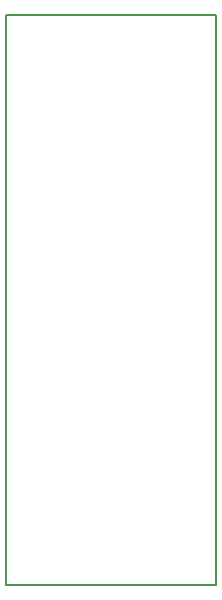
<source format=gbr>
G04 Layer_Color=16711935*
%FSLAX45Y45*%
%MOMM*%
%TF.FileFunction,Other,Mechanical_1*%
%TF.Part,Single*%
G01*
G75*
%TA.AperFunction,NonConductor*%
%ADD23C,0.12700*%
D23*
X1899999Y200000D02*
Y5026000D01*
X121999D02*
X1899999D01*
X121999Y200000D02*
Y5026000D01*
Y200000D02*
X1899999D01*
%TF.MD5,efc3835d584849ba9cd575bbadaa28ff*%
M02*

</source>
